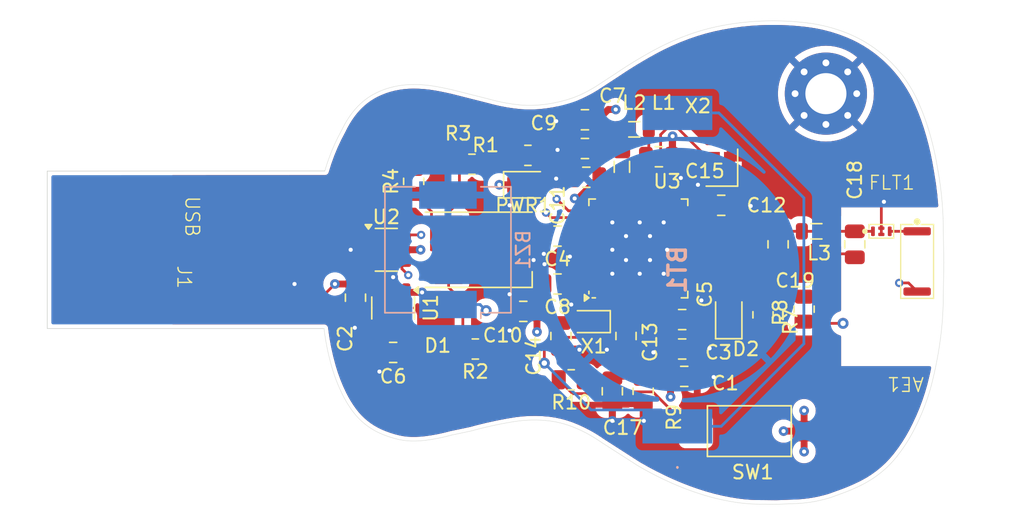
<source format=kicad_pcb>
(kicad_pcb (version 20240108) (generator "pcbnew") (generator_version "8.0")
  (layers (0 "F.Cu" signal) (1 "In1.Cu" signal) (2 "In2.Cu" signal) (31 "B.Cu" signal) (34 "B.Paste" user) (35 "F.Paste" user) (36 "B.SilkS" user "B.Silkscreen") (37 "F.SilkS" user "F.Silkscreen") (38 "B.Mask" user) (39 "F.Mask" user) (44 "Edge.Cuts" user))
  (net 0 "")
  (net 1 "Net-(BZ1-+)")
  (net 2 "GND")
  (net 3 "+3.3V")
  (net 4 "+5V")
  (net 5 "Net-(U1-VOUT)")
  (net 6 "/LSE_OUT")
  (net 7 "/LSE_IN")
  (net 8 "/SMPS_FB")
  (net 10 "/BOOT0")
  (net 11 "/RF")
  (net 12 "/SMPS_LX")
  (net 13 "Net-(D1-BA)")
  (net 14 "Net-(D1-RA)")
  (net 15 "Net-(D1-GA)")
  (net 16 "/LED_A")
  (net 17 "/LED_K")
  (net 18 "Net-(AE1-PCB_Trace)")
  (net 19 "/USBC_D-")
  (net 20 "/USBC_D+")
  (net 23 "/SMPS_LXL")
  (net 24 "Net-(PWR1-A)")
  (net 25 "Net-(U3-PB0)")
  (net 26 "Net-(U3-PB2)")
  (net 27 "Net-(U3-PB1)")
  (net 28 "Net-(U3-PB3)")
  (net 29 "Net-(R10-Pad2)")
  (net 31 "/USB_D+")
  (net 32 "/USB_D-")
  (net 42 "/HSC_OUT")
  (net 43 "/HSC_IN")
  (net 55 "/VBAT")
  (footprint "Capacitor_SMD:C_0805_2012Metric" (layer "F.Cu") (at 152.1 74.6 -90)
    (property "Reference" "C19")
    (property "Value" "0p8")
  )
  (footprint "Capacitor_SMD:C_0805_2012Metric" (layer "F.Cu") (at 145.1 80.1)
    (property "Reference" "C5")
    (property "Value" "100n")
  )
  (footprint "Capacitor_SMD:C_0805_2012Metric" (layer "F.Cu") (at 140 85.3375 -90)
    (property "Reference" "C17")
    (property "Value" "100n")
  )
  (footprint "Capacitor_SMD:C_0805_2012Metric" (layer "F.Cu") (at 145.1 82.25)
    (property "Reference" "C3")
    (property "Value" "100n")
  )
  (footprint "Resistor_SMD:R_0805_2012Metric" (layer "F.Cu") (at 142.25 85.3375 -90)
    (property "Reference" "R9")
    (property "Value" "5k1")
  )
  (footprint "Resistor_SMD:R_0805_2012Metric" (layer "F.Cu") (at 129.75 68.75)
    (property "Reference" "R3")
    (property "Value" "220")
  )
  (footprint "LED_SMD:LED_0805_2012Metric" (layer "F.Cu") (at 148.5 79.8125 90)
    (property "Reference" "D2")
    (property "Value" "LED")
  )
  (footprint "Package_TO_SOT_SMD:SOT-23-5" (layer "F.Cu") (at 124 79.25 -90)
    (property "Reference" "U1")
    (property "Value" "MIC5365-3.3YD5")
  )
  (footprint "Resistor_SMD:R_0805_2012Metric" (layer "F.Cu") (at 133.8375 68.1 180)
    (property "Reference" "R1")
    (property "Value" "1K")
  )
  (footprint "Crystal:Crystal_SMD_2016-4Pin_2.0x1.6mm" (layer "F.Cu") (at 148 69 90)
    (property "Reference" "X2")
    (property "Value" "32MHz")
  )
  (footprint "Capacitor_SMD:C_0805_2012Metric" (layer "F.Cu") (at 157.7 74.6 -90)
    (property "Reference" "C18")
    (property "Value" "0p8")
  )
  (footprint "Capacitor_SMD:C_0805_2012Metric" (layer "F.Cu") (at 121.25 78.5 -90)
    (property "Reference" "C2")
    (property "Value" "4u7")
  )
  (footprint "Resistor_SMD:R_0805_2012Metric" (layer "F.Cu") (at 137 84.5 180)
    (property "Reference" "R10")
    (property "Value" "220")
  )
  (footprint "Capacitor_SMD:C_0805_2012Metric" (layer "F.Cu") (at 145.25 84.25)
    (property "Reference" "C1")
    (property "Value" "4u7")
  )
  (footprint "Capacitor_SMD:C_0805_2012Metric" (layer "F.Cu") (at 138.1 69.7 180)
    (property "Reference" "C11")
    (property "Value" "100n")
  )
  (footprint "Inductor_SMD:L_0805_2012Metric" (layer "F.Cu") (at 141.6 66.2)
    (property "Reference" "L2")
    (property "Value" "10u")
  )
  (footprint "LED_SMD:LED_Inolux_IN-P55TATRGB_PLCC6_5.0x5.5mm_P1.8mm" (layer "F.Cu") (at 130.25 75 180)
    (property "Reference" "D1")
    (property "Value" "LED_RGB")
  )
  (footprint "Capacitor_SMD:C_0805_2012Metric" (layer "F.Cu") (at 136 74 180)
    (property "Reference" "C4")
    (property "Value" "100n")
  )
  (footprint "Resistor_SMD:R_0805_2012Metric" (layer "F.Cu") (at 130 82.25 180)
    (property "Reference" "R2")
    (property "Value" "220")
  )
  (footprint "Inductor_SMD:L_0805_2012Metric" (layer "F.Cu") (at 154.9 73.65 180)
    (property "Reference" "L3")
    (property "Value" "2n7")
  )
  (footprint "Capacitor_SMD:C_0805_2012Metric" (layer "F.Cu") (at 136.25 81.3 -90)
    (property "Reference" "C14")
    (property "Value" "10p")
  )
  (footprint "Resistor_SMD:R_0805_2012Metric" (layer "F.Cu") (at 154 79.3375 90)
    (property "Reference" "R8")
    (property "Value" "220")
  )
  (footprint "DLF162500LT-5028A1:DLF162500LT-5028A1" (layer "F.Cu") (at 159.6375 73.65)
    (property "Reference" "FLT1")
    (property "Value" "DLF162500LT-5028A1")
  )
  (footprint "Crystal:Crystal_SMD_2012-2Pin_2.0x1.2mm" (layer "F.Cu") (at 138.65 80.25 180)
    (property "Reference" "X1")
    (property "Value" "32kHz768")
  )
  (footprint "Resistor_SMD:R_0805_2012Metric" (layer "F.Cu") (at 151 79.75 -90)
    (property "Reference" "R7")
    (property "Value" "220")
  )
  (footprint "custom_usbA_onPCB:USBonPCB" (layer "F.Cu") (at 98.75 75 -90)
    (property "Reference" "J1")
    (property "Value" "USB_A")
  )
  (footprint "Resistor_SMD:R_0805_2012Metric" (layer "F.Cu") (at 125.5 70 90)
    (property "Reference" "R4")
    (property "Value" "220")
  )
  (footprint "Capacitor_SMD:C_0805_2012Metric" (layer "F.Cu") (at 124 82.5 180)
    (property "Reference" "C6")
    (property "Value" "4u7")
  )
  (footprint "Button_Switch_SMD:SW_SPST_CK_RS282G05A3" (layer "F.Cu") (at 150 88.25)
    (property "Reference" "SW1")
    (property "Value" "SW_Push")
  )
  (footprint "Package_TO_SOT_SMD:SOT-23-6" (layer "F.Cu") (at 123.5 75)
    (property "Reference" "U2")
    (property "Value" "USBLC6-2SC6")
  )
  (footprint "Capacitor_SMD:C_0805_2012Metric" (layer "F.Cu") (at 138 65.5 180)
    (property "Reference" "C9")
    (property "Value" "4u7")
  )
  (footprint "Capacitor_SMD:C_0805_2012Metric" (layer "F.Cu") (at 138 67.6 180)
    (property "Reference" "C7")
    (property "Value" "100n")
  )
  (footprint "Package_DFN_QFN:QFN-48-1EP_7x7mm_P0.5mm_EP5.6x5.6mm" (layer "F.Cu") (at 141.9 74.9 90)
    (property "Reference" "U3")
    (property "Value" "STM32WB55CEU6")
  )
  (footprint "Inductor_SMD:L_0805_2012Metric" (layer "F.Cu") (at 140.7 68.9375 90)
    (property "Reference" "L1")
    (property "Value" "10n")
  )
  (footprint "LED_SMD:LED_0805_2012Metric" (layer "F.Cu") (at 133.75 70.25)
    (property "Reference" "PWR1")
    (property "Value" "LED")
  )
  (footprint "Capacitor_SMD:C_0805_2012Metric" (layer "F.Cu") (at 141 81.3 -90)
    (property "Reference" "C13")
    (property "Value" "10p")
  )
  (footprint "Capacitor_SMD:C_0805_2012Metric" (layer "F.Cu") (at 136 77.5 180)
    (property "Reference" "C8")
    (property "Value" "100n")
  )
  (footprint "Capacitor_SMD:C_0805_2012Metric" (layer "F.Cu") (at 147.95 71.75)
    (property "Reference" "C12")
    (property "Value" "100n")
  )
  (footprint "RF Ceramic Antenna QJ-13799-2-2019:RF Ceramic Antenna QJ-13799-2-2019" (layer "F.Cu") (at 162.25 75.85 90)
    (property "Reference" "AE1")
    (property "Value" "Antenna_Chip")
  )
  (footprint "Capacitor_SMD:C_0805_2012Metric" (layer "F.Cu") (at 143.4 68.2)
    (property "Reference" "C15")
    (property "Value" "4u7")
  )
  (footprint "MountingHole:MountingHole_3mm_Pad_Via" (layer "F.Cu") (at 155.591 63.591 180)
    (property "Reference" "H+1" (hide yes))
    (property "Value" "MountingHole_Pad" (hide yes))
  )
  (footprint "Capacitor_SMD:C_0805_2012Metric" (layer "F.Cu") (at 133.5 79.5 180)
    (property "Reference" "C10")
    (property "Value" "100n")
  )
  (footprint "Buzzer_Beeper:Buzzer_CUI_CPT-9019S-SMT" (layer "B.Cu") (at 128 75 90)
    (property "Reference" "BZ1")
    (property "Value" "Buzzer")
  )
  (footprint "22BatteryHoldercoincell_S8411-45R:BATHLD001 CR2032" (layer "B.Cu") (at 144.75 76.45 90)
    (property "Reference" "BT1")
    (property "Value" "BAT-HLD-001" (hide yes))
  )
  (gr_arc (start 140.255661 62.11292) (mid 141.602676 61.244894) (end 142.989982 60.442834) (stroke (width 0.029)) (layer "Edge.Cuts"))
  (gr_arc (start 124.025313 63.088135) (mid 124.735155 62.966281) (end 125.454116 62.923642) (stroke (width 0.029)) (layer "Edge.Cuts"))
  (gr_line (start 164.201402 75.938321) (end 164.144518 72.702281) (stroke (width 0.029)) (layer "Edge.Cuts"))
  (gr_arc (start 154.275779 58.428541) (mid 155.779795 58.720053) (end 157.231747 59.208805) (stroke (width 0.029)) (layer "Edge.Cuts"))
  (gr_arc (start 159.633507 60.650246) (mid 160.655902 61.627493) (end 161.525099 62.743198) (stroke (width 0.029)) (layer "Edge.Cuts"))
  (gr_arc (start 163.959389 81.441251) (mid 163.674513 83.197168) (end 163.280971 84.931965) (stroke (width 0.029)) (layer "Edge.Cuts"))
  (gr_arc (start 148.013594 58.616645) (mid 149.371698 58.407929) (end 150.740991 58.293713) (stroke (width 0.029)) (layer "Edge.Cuts"))
  (gr_line (start 98.75 69.25) (end 119.01131 69.241983) (stroke (width 0.05)) (layer "Edge.Cuts"))
  (gr_arc (start 154.767086 93.391639) (mid 154.17674 93.480884) (end 153.582234 93.535986) (stroke (width 0.029)) (layer "Edge.Cuts"))
  (gr_arc (start 120.297936 85.569503) (mid 119.866062 84.582886) (end 119.522151 83.562272) (stroke (width 0.029)) (layer "Edge.Cuts"))
  (gr_arc (start 132.779802 87.562278) (mid 133.958384 87.445538) (end 135.142349 87.475725) (stroke (width 0.029)) (layer "Edge.Cuts"))
  (gr_arc (start 162.33882 64.215781) (mid 162.705835 65.102454) (end 163.021874 66.008548) (stroke (width 0.029)) (layer "Edge.Cuts"))
  (gr_arc (start 125.324624 88.971447) (mid 124.846965 88.935965) (end 124.375443 88.851796) (stroke (width 0.029)) (layer "Edge.Cuts"))
  (gr_arc (start 134.455316 64.433171) (mid 133.80273 64.446187) (end 133.151383 64.403929) (stroke (width 0.029)) (layer "Edge.Cuts"))
  (gr_arc (start 119.522151 83.562272) (mid 119.17986 82.167705) (end 118.951628 80.75) (stroke (width 0.029)) (layer "Edge.Cuts"))
  (gr_arc (start 123.046286 88.40806) (mid 122.473122 88.107111) (end 121.943512 87.73482) (stroke (width 0.029)) (layer "Edge.Cuts"))
  (gr_arc (start 162.194602 87.815681) (mid 161.55502 88.988097) (end 160.789177 90.082221) (stroke (width 0.029)) (layer "Edge.Cuts"))
  (gr_arc (start 128.23216 88.545694) (mid 127.31853 88.763734) (end 126.39165 88.915901) (stroke (width 0.029)) (layer "Edge.Cuts"))
  (gr_arc (start 160.789177 90.082221) (mid 159.985555 90.953109) (end 159.055021 91.686838) (stroke (width 0.029)) (layer "Edge.Cuts"))
  (gr_arc (start 125.454116 62.923642) (mid 126.295684 62.958389) (end 127.130702 63.06879) (stroke (width 0.029)) (layer "Edge.Cuts"))
  (gr_line (start 140.255661 62.11292) (end 138.828409 63.044503) (stroke (width 0.029)) (layer "Edge.Cuts"))
  (gr_arc (start 161.525099 62.743198) (mid 161.962883 63.462402) (end 162.33882 64.215781) (stroke (width 0.029)) (layer "Edge.Cuts"))
  (gr_arc (start 146.775974 92.950531) (mid 145.55648 92.543122) (end 144.365039 92.059783) (stroke (width 0.029)) (layer "Edge.Cuts"))
  (gr_arc (start 135.142349 87.475725) (mid 136.178321 87.645104) (end 137.177697 87.966309) (stroke (width 0.029)) (layer "Edge.Cuts"))
  (gr_arc (start 124.375443 88.851797) (mid 123.700393 88.661295) (end 123.046286 88.408059) (stroke (width 0.029)) (layer "Edge.Cuts"))
  (gr_arc (start 136.893563 63.971367) (mid 136.364999 64.124137) (end 135.829237 64.249345) (stroke (width 0.029)) (layer "Edge.Cuts"))
  (gr_arc (start 135.829237 64.249345) (mid 135.145527 64.365554) (end 134.455316 64.433171) (stroke (width 0.029)) (layer "Edge.Cuts"))
  (gr_arc (start 119.01131 69.241983) (mid 119.54676 67.711251) (end 120.25001 66.24999) (stroke (width 0.029)) (layer "Edge.Cuts"))
  (gr_arc (start 163.778187 69.244981) (mid 164.022454 70.967157) (end 164.144517 72.702281) (stroke (width 0.029)) (layer "Edge.Cuts"))
  (gr_arc (start 137.81201 63.606165) (mid 137.35929 63.805122) (end 136.893563 63.971367) (stroke (width 0.029)) (layer "Edge.Cuts"))
  (gr_arc (start 145.501762 59.306989) (mid 146.743675 58.910867) (end 148.013594 58.616645) (stroke (width 0.029)) (layer "Edge.Cuts"))
  (gr_line (start 155.885661 93.118111) (end 156.761313 92.802958) (stroke (width 0.029)) (layer "Edge.Cuts"))
  (gr_arc (start 120.25 66.25) (mid 120.566076 65.653179) (end 120.938308 65.089669) (stroke (width 0.029)) (layer "Edge.Cuts"))
  (gr_arc (start 120.938308 65.089669) (mid 121.319227 64.626514) (end 121.749616 64.208929) (stroke (width 0.029)) (layer "Edge.Cuts"))
  (gr_arc (start 138.828409 63.044503) (mid 138.327961 63.339361) (end 137.81201 63.606165) (stroke (width 0.029)) (layer "Edge.Cuts"))
  (gr_line (start 163.778187 69.244981) (end 163.655616 68.542702) (stroke (width 0.029)) (layer "Edge.Cuts"))
  (gr_line (start 98.75 80.75) (end 98.75 69.25) (stroke (width 0.05)) (layer "Edge.Cuts"))
  (gr_arc (start 122.713392 63.562124) (mid 123.354963 63.2853) (end 124.025313 63.088135) (stroke (width 0.029)) (layer "Edge.Cuts"))
  (gr_arc (start 142.989982 60.442834) (mid 144.224457 59.827554) (end 145.501762 59.306989) (stroke (width 0.029)) (layer "Edge.Cuts"))
  (gr_arc (start 163.280971 84.931965) (mid 162.808305 86.400389) (end 162.194603 87.815681) (stroke (width 0.029)) (layer "Edge.Cuts"))
  (gr_arc (start 155.885661 93.118111) (mid 155.330127 93.270226) (end 154.767085 93.391638) (stroke (width 0.029)) (layer "Edge.Cuts"))
  (gr_arc (start 149.145991 93.471005) (mid 147.951249 93.255088) (end 146.775974 92.950531) (stroke (width 0.029)) (layer "Edge.Cuts"))
  (gr_arc (start 164.160316 78.342437) (mid 164.110205 79.895109) (end 163.959389 81.441251) (stroke (width 0.029)) (layer "Edge.Cuts"))
  (gr_arc (start 157.231745 59.208809) (mid 158.486495 59.839769) (end 159.633507 60.650246) (stroke (width 0.029)) (layer "Edge.Cuts"))
  (gr_arc (start 127.130702 63.06879) (mid 127.746375 63.187072) (end 128.358699 63.321624) (stroke (width 0.029)) (layer "Edge.Cuts"))
  (gr_line (start 131.09742 64.015451) (end 128.358699 63.321624) (stroke (width 0.029)) (layer "Edge.Cuts"))
  (gr_arc (start 158.146644 92.211299) (mid 157.462086 92.526112) (end 156.761313 92.802958) (stroke (width 0.029)) (layer "Edge.Cuts"))
  (gr_line (start 128.23216 88.545694) (end 129.716006 88.232785) (stroke (width 0.029)) (layer "Edge.Cuts"))
  (gr_line (start 151.989163 93.597919) (end 153.582234 93.535986) (stroke (width 0.029)) (layer "Edge.Cuts"))
  (gr_line (start 118.951628 80.75) (end 98.75 80.75) (stroke (width 0.05)) (layer "Edge.Cuts"))
  (gr_arc (start 144.365039 92.059783) (mid 143.093243 91.452757) (end 141.858014 90.77441) (stroke (width 0.029)) (layer "Edge.Cuts"))
  (gr_arc (start 126.39165 88.915902) (mid 125.859178 88.963671) (end 125.324624 88.971447) (stroke (width 0.029)) (layer "Edge.Cuts"))
  (gr_arc (start 121.943512 87.73482) (mid 121.468389 87.299985) (end 121.052565 86.808139) (stroke (width 0.029)) (layer "Edge.Cuts"))
  (gr_arc (start 163.021874 66.008548) (mid 163.378112 67.26578) (end 163.655616 68.542702) (stroke (width 0.029)) (layer "Edge.Cuts"))
  (gr_arc (start 150.965243 93.586951) (mid 150.053362 93.564364) (end 149.145991 93.471005) (stroke (width 0.029)) (layer "Edge.Cuts"))
  (gr_arc (start 121.052565 86.808139) (mid 120.647127 86.205955) (end 120.297936 85.569503) (stroke (width 0.029)) (layer "Edge.Cuts"))
  (gr_arc (start 137.177697 87.966309) (mid 138.219034 88.458972) (end 139.198201 89.065876) (stroke (width 0.029)) (layer "Edge.Cuts"))
  (gr_line (start 164.160316 78.342437) (end 164.201402 75.938321) (stroke (width 0.029)) (layer "Edge.Cuts"))
  (gr_line (start 139.198201 89.065876) (end 141.858014 90.77441) (stroke (width 0.029)) (layer "Edge.Cuts"))
  (gr_arc (start 133.151383 64.403929) (mid 132.116651 64.250671) (end 131.09742 64.015451) (stroke (width 0.029)) (layer "Edge.Cuts"))
  (gr_arc (start 150.740991 58.293713) (mid 152.51131 58.284451) (end 154.275779 58.42854) (stroke (width 0.029)) (layer "Edge.Cuts"))
  (gr_line (start 150.965243 93.586951) (end 151.989163 93.597919) (stroke (width 0.029)) (layer "Edge.Cuts"))
  (gr_arc (start 129.716006 88.232785) (mid 131.23875 87.855705) (end 132.779802 87.562278) (stroke (width 0.029)) (layer "Edge.Cuts"))
  (gr_arc (start 159.055021 91.686837) (mid 158.609379 91.96387) (end 158.146644 92.211299) (stroke (width 0.029)) (layer "Edge.Cuts"))
  (gr_arc (start 121.749616 64.208929) (mid 122.211574 63.85583) (end 122.713392 63.562124) (stroke (width 0.029)) (layer "Edge.Cuts"))
  (segment (start 154.1247 80.3747) (end 154 80.25) (width 0.2) (layer "F.Cu") (net 1))
  (segment (start 156.8419 80.3747) (end 154.1247 80.3747) (width 0.2) (layer "F.Cu") (net 1))
  (via (at 130.7881 79.4472) (size 0.8) (drill 0.4) (layers "F.Cu" "B.Cu") (net 1))
  (via (at 156.8419 80.3747) (size 0.8) (drill 0.4) (layers "F.Cu" "B.Cu") (net 1))
  (segment (start 128 79) (end 130.3517 79) (width 0.2) (layer "B.Cu") (net 1))
  (segment (start 130.3517 79) (end 130.3517 79.0108) (width 0.2) (layer "B.Cu") (net 1))
  (segment (start 130.3517 79.0108) (end 130.7881 79.4472) (width 0.2) (layer "B.Cu") (net 1))
  (segment (start 146.1 82.2) (end 146.05 82.25) (width 0.5) (layer "F.Cu") (net 2))
  (segment (start 132.5 71.75) (end 132.5 73.15) (width 0.5) (layer "F.Cu") (net 2))
  (segment (start 147.1 82.2) (end 146.1 82.2) (width 0.5) (layer "F.Cu") (net 2))
  (segment (start 144.4 66.7) (end 144.4 68.15) (width 0.5) (layer "F.Cu") (net 2))
  (segment (start 147.4 84.3) (end 146.25 84.3) (width 0.5) (layer "F.Cu") (net 2))
  (segment (start 150.1 71.8) (end 148.95 71.8) (width 0.5) (layer "F.Cu") (net 2))
  (segment (start 139.6 82.3) (end 140.95 82.3) (width 0.5) (layer "F.Cu") (net 2))
  (segment (start 142.3 87.5) (end 142.3 86.3) (width 0.5) (layer "F.Cu") (net 2))
  (segment (start 137.05 69.8) (end 137.15 69.7) (width 0.5) (layer "F.Cu") (net 2))
  (segment (start 157.447 75.297) (end 157.7 75.55) (width 0.2) (layer "F.Cu") (net 2))
  (segment (start 144.4 68.15) (end 144.35 68.2) (width 0.5) (layer "F.Cu") (net 2))
  (segment (start 135 74.05) (end 135.05 74) (width 0.5) (layer "F.Cu") (net 2))
  (segment (start 156.0021 75.297) (end 157.447 75.297) (width 0.2) (layer "F.Cu") (net 2))
  (segment (start 159.6375 73.8775) (end 159.6375 73.4225) (width 0.2) (layer "F.Cu") (net 2))
  (segment (start 132.45 78.2) (end 132.45 76.8) (width 0.5) (layer "F.Cu") (net 2))
  (segment (start 160.9384 77.4218) (end 161.6218 77.4218) (width 0.2) (layer "F.Cu") (net 2))
  (segment (start 146.25 84.3) (end 146.2 84.25) (width 0.5) (layer "F.Cu") (net 2))
  (segment (start 136.3 82.3) (end 136.25 82.25) (width 0.5) (layer "F.Cu") (net 2))
  (segment (start 124 78.1125) (end 124 77) (width 0.2) (layer "F.Cu") (net 2))
  (segment (start 121.2 80.7) (end 121.2 79.5) (width 0.5) (layer "F.Cu") (net 2))
  (segment (start 135.9 69.8) (end 137.05 69.8) (width 0.5) (layer "F.Cu") (net 2))
  (segment (start 136 67.7) (end 136.95 67.7) (width 0.5) (layer "F.Cu") (net 2))
  (segment (start 136.95 65.6) (end 137.05 65.5) (width 0.5) (layer "F.Cu") (net 2))
  (segment (start 133.2 76.05) (end 133.2 75.75) (width 0.5) (layer "F.Cu") (net 2))
  (segment (start 132.45 76.8) (end 133.2 76.05) (width 0.5) (layer "F.Cu") (net 2))
  (segment (start 121.2 79.5) (end 121.25 79.45) (width 0.5) (layer "F.Cu") (net 2))
  (segment (start 123 83.9) (end 123 82.55) (width 0.5) (layer "F.Cu") (net 2))
  (segment (start 159.6375 71.6671) (end 159.6375 73.4225) (width 0.2) (layer "F.Cu") (net 2))
  (segment (start 134.25 75.75) (end 133.2 75.75) (width 0.5) (layer "F.Cu") (net 2))
  (segment (start 161.6218 77.4218) (end 162.25 78.05) (width 0.2) (layer "F.Cu") (net 2))
  (segment (start 146.5 78.7) (end 146.5 79.65) (width 0.5) (layer "F.Cu") (net 2))
  (segment (start 132.5 78.25) (end 132.45 78.2) (width 0.5) (layer "F.Cu") (net 2))
  (segment (start 132.5 79.55) (end 132.55 79.5) (width 0.5) (layer "F.Cu") (net 2))
  (segment (start 136.95 67.7) (end 137.05 67.6) (width 0.5) (layer "F.Cu") (net 2))
  (segment (start 132.5 80.9) (end 132.5 79.55) (width 0.5) (layer "F.Cu") (net 2))
  (segment (start 135.05 76.05) (end 135.05 77.5) (width 0.5) (layer "F.Cu") (net 2))
  (segment (start 120.9 75) (end 122.362 75) (width 0.5) (layer "F.Cu") (net 2))
  (segment (start 146.5 79.65) (end 146.05 80.1) (width 0.5) (layer "F.Cu") (net 2))
  (segment (start 135.9 65.6) (end 136.95 65.6) (width 0.5) (layer "F.Cu") (net 2))
  (segment (start 137.6 82.3) (end 136.3 82.3) (width 0.5) (layer "F.Cu") (net 2))
  (segment (start 135 75.3) (end 135 74.05) (width 0.5) (layer "F.Cu") (net 2))
  (segment (start 142.3 86.3) (end 142.25 86.25) (width 0.5) (layer "F.Cu") (net 2))
  (segment (start 148.95 71.8) (end 148.9 71.75) (width 0.5) (layer "F.Cu") (net 2))
  (segment (start 140 87.5) (end 140 86.2875) (width 0.5) (layer "F.Cu") (net 2))
  (segment (start 132.5 73.15) (end 132.45 73.2) (width 0.5) (layer "F.Cu") (net 2))
  (segment (start 140.95 82.3) (end 141 82.25) (width 0.5) (layer "F.Cu") (net 2))
  (segment (start 123 82.55) (end 123.05 82.5) (width 0.5) (layer "F.Cu") (net 2))
  (segment (start 133.2 75.75) (end 132.45 75) (width 0.5) (layer "F.Cu") (net 2))
  (via (at 120.9 75) (size 0.7) (drill 0.3) (layers "F.Cu" "B.Cu") (net 2))
  (via (at 142 73) (size 0.7) (drill 0.3) (layers "F.Cu" "B.Cu") (net 2))
  (via (at 142.3 87.5) (size 0.7) (drill 0.3) (layers "F.Cu" "B.Cu") (net 2))
  (via (at 159.8261 71.4926) (size 0.6) (drill 0.3) (layers "F.Cu" "B.Cu") (net 2))
  (via (at 143.75 73) (size 0.7) (drill 0.3) (layers "F.Cu" "B.Cu") (net 2))
  (via (at 135 75.3) (size 0.7) (drill 0.3) (layers "F.Cu" "B.Cu") (net 2))
  (via (at 150.1 71.8) (size 0.7) (drill 0.3) (layers "F.Cu" "B.Cu") (net 2))
  (via (at 142.75 74) (size 0.7) (drill 0.3) (layers "F.Cu" "B.Cu") (net 2))
  (via (at 146.5 78.7) (size 0.7) (drill 0.3) (layers "F.Cu" "B.Cu") (net 2))
  (via (at 121.2 80.7) (size 0.7) (drill 0.3) (layers "F.Cu" "B.Cu") (net 2))
  (via (at 145 69.75) (size 0.7) (drill 0.3) (layers "F.Cu" "B.Cu") (net 2))
  (via (at 147.4 84.3) (size 0.7) (drill 0.3) (layers "F.Cu" "B.Cu") (net 2))
  (via (at 142 76.75) (size 0.7) (drill 0.3) (layers "F.Cu" "B.Cu") (net 2))
  (via (at 124 77) (size 0.7) (drill 0.3) (layers "F.Cu" "B.Cu") (net 2))
  (via (at 135.9 65.6) (size 0.7) (drill 0.3) (layers "F.Cu" "B.Cu") (net 2))
  (via (at 142.75 75.75) (size 0.7) (drill 0.3) (layers "F.Cu" "B.Cu") (net 2))
  (via (at 132.5 71.75) (size 0.7) (drill 0.3) (layers "F.Cu" "B.Cu") (net 2))
  (via (at 134.25 75.75) (size 0.7) (drill 0.3) (layers "F.Cu" "B.Cu") (net 2))
  (via (at 132.5 78.25) (size 0.7) (drill 0.3) (layers "F.Cu" "B.Cu") (net 2))
  (via (at 139.6 82.3) (size 0.7) (drill 0.3) (layers "F.Cu" "B.Cu") (net 2))
  (via (at 144 75) (size 0.7) (drill 0.3) (layers "F.Cu" "B.Cu") (net 2))
  (via (at 140 75) (size 0.7) (drill 0.3) (layers "F.Cu" "B.Cu") (net 2))
  (via (at 140 73) (size 0.7) (drill 0.3) (layers "F.Cu" "B.Cu") (net 2))
  (via (at 141 74) (size 0.7) (drill 0.3) (layers "F.Cu" "B.Cu") (net 2))
  (via (at 147.1 82.2) (size 0.7) (drill 0.3) (layers "F.Cu" "B.Cu") (net 2))
  (via (at 137.6 82.3) (size 0.7) (drill 0.3) (layers "F.Cu" "B.Cu") (net 2))
  (via (at 140 76.75) (size 0.7) (drill 0.3) (layers "F.Cu" "B.Cu") (net 2))
  (via (at 135.9 69.8) (size 0.7) (drill 0.3) (layers "F.Cu" "B.Cu") (net 2))
  (via (at 136 67.7) (size 0.7) (drill 0.3) (layers "F.Cu" "B.Cu") (net 2))
  (via (at 132.5 80.9) (size 0.7) (drill 0.3) (layers "F.Cu" "B.Cu") (net 2))
  (via (at 160.9384 77.4218) (size 0.6) (drill 0.3) (layers "F.Cu" "B.Cu") (net 2))
  (via (at 116.8 77.5) (size 0.7) (drill 0.3) (layers "F.Cu" "B.Cu") (net 2))
  (via (at 141 75.75) (size 0.7) (drill 0.3) (layers "F.Cu" "B.Cu") (net 2))
  (via (at 143.75 76.75) (size 0.7) (drill 0.3) (layers "F.Cu" "B.Cu") (net 2))
  (via (at 135.05 76.05) (size 0.7) (drill 0.3) (layers "F.Cu" "B.Cu") (net 2))
  (via (at 123 83.9) (size 0.7) (drill 0.3) (layers "F.Cu" "B.Cu") (net 2))
  (via (at 140 87.5) (size 0.7) (drill 0.3) (layers "F.Cu" "B.Cu") (net 2))
  (via (at 144.4 66.7) (size 0.7) (drill 0.3) (layers "F.Cu" "B.Cu") (net 2))
  (segment (start 145 69.75) (end 143.25 69.75) (width 0.5) (layer "B.Cu") (net 2))
  (segment (start 143.25 69.75) (end 142 71) (width 0.5) (layer "B.Cu") (net 2))
  (segment (start 139.7 64.75) (end 138.95 65.5) (width 0.5) (layer "F.Cu") (net 3))
  (segment (start 145.3375 72.65) (end 146.1 72.65) (width 0.2) (layer "F.Cu") (net 3))
  (segment (start 138.95 67.6) (end 139.05 67.7) (width 0.2) (layer "F.Cu") (net 3))
  (segment (start 146.4979 81.175) (end 147.8604 79.8125) (width 0.2) (layer "F.Cu") (net 3))
  (segment (start 137 77.55) (end 136.95 77.5) (width 0.5) (layer "F.Cu") (net 3))
  (segment (start 134.5 81) (end 134.5 79.55) (width 0.5) (layer "F.Cu") (net 3))
  (segment (start 152.5 88.25) (end 153.9 88.25) (width 0.5) (layer "F.Cu") (net 3))
  (segment (start 136.9 74.05) (end 136.95 74) (width 0.5) (layer "F.Cu") (net 3))
  (segment (start 154 86.75) (end 154 88.15) (width 0.5) (layer "F.Cu") (net 3))
  (segment (start 142.65 78.8377) (end 143.9123 80.1) (width 0.2) (layer "F.Cu") (net 3))
  (segment (start 140.25 64.75) (end 139.7 64.75) (width 0.5) (layer "F.Cu") (net 3))
  (segment (start 144.15 81.175) (end 146.4979 81.175) (width 0.2) (layer "F.Cu") (net 3))
  (segment (start 137.8375 78.275) (end 138.4625 77.65) (width 0.2) (layer "F.Cu") (net 3))
  (segment (start 143.9123 80.1) (end 144.15 80.1) (width 0.2) (layer "F.Cu") (net 3))
  (segment (start 146.25 71) (end 147 71.75) (width 0.5) (layer "F.Cu") (net 3))
  (segment (start 134.5 79.55) (end 134.45 79.5) (width 0.5) (layer "F.Cu") (net 3))
  (segment (start 138.95 65.5) (end 138.95 67.6) (width 0.2) (layer "F.Cu") (net 3))
  (segment (start 136.9 75.5) (end 136.9 74.05) (width 0.5) (layer "F.Cu") (net 3))
  (segment (start 138.8803 69.8697) (end 139.65 70.6394) (width 0.2) (layer "F.Cu") (net 3))
  (segment (start 144.15 81.175) (end 144.15 80.1) (width 0.2) (layer "F.Cu") (net 3))
  (segment (start 144.25 84.3) (end 144.3 84.25) (width 0.5) (layer "F.Cu") (net 3))
  (segment (start 143 82.5) (end 143.9 82.5) (width 0.5) (layer "F.Cu") (net 3))
  (segment (start 146.25 70.25) (end 146.25 71) (width 0.5) (layer "F.Cu") (net 3))
  (segment (start 137 78.275) (end 137.8375 78.275) (width 0.2) (layer "F.Cu") (net 3))
  (segment (start 139.65 71.4625) (end 140.15 71.4625) (width 0.2) (layer "F.Cu") (net 3))
  (segment (start 139.05 67.7) (end 139.05 69.7) (width 0.2) (layer "F.Cu") (net 3))
  (segment (start 136.95 74) (end 137.3 73.65) (width 0.2) (layer "F.Cu") (net 3))
  (segment (start 142.65 78.3375) (end 142.65 78.8377) (width 0.2) (layer "F.Cu") (net 3))
  (segment (start 137.3 73.65) (end 138.4625 73.65) (width 0.2) (layer "F.Cu") (net 3))
  (segment (start 147.8604 79.8125) (end 149.0482 79.8125) (width 0.2) (layer "F.Cu") (net 3))
  (segment (start 144.25 85.75) (end 144.25 84.3) (width 0.5) (layer "F.Cu") (net 3))
  (segment (start 137.5 71.25) (end 138.8803 69.8697) (width 0.5) (layer "F.Cu") (net 3))
  (segment (start 137 79) (end 137 78.275) (width 0.5) (layer "F.Cu") (net 3))
  (segment (start 139.65 70.6394) (end 139.65 71.4625) (width 0.2) (layer "F.Cu") (net 3))
  (segment (start 145.8316 74.15) (end 145.3375 74.15) (width 0.2) (layer "F.Cu") (net 3))
  (segment (start 154 89.75) (end 154 88.35) (width 0.5) (layer "F.Cu") (net 3))
  (segment (start 154 88.35) (end 153.9 88.25) (width 0.5) (layer "F.Cu") (net 3))
  (segment (start 154 88.15) (end 153.9 88.25) (width 0.5) (layer "F.Cu") (net 3))
  (segment (start 138.8803 69.8697) (end 139.05 69.7) (width 0.5) (layer "F.Cu") (net 3))
  (segment (start 137.25 71.25) (end 137.5 71.25) (width 0.5) (layer "F.Cu") (net 3))
  (segment (start 149.5577 77.8761) (end 145.8316 74.15) (width 0.2) (layer "F.Cu") (net 3))
  (segment (start 143.9 82.5) (end 144.15 82.25) (width 0.5) (layer "F.Cu") (net 3))
  (segment (start 137 78.275) (end 137 77.55) (width 0.5) (layer "F.Cu") (net 3))
  (segment (start 144.15 82.25) (end 144.15 81.175) (width 0.2) (layer "F.Cu") (net 3))
  (segment (start 149.5577 79.303) (end 149.5577 77.8761) (width 0.2) (layer "F.Cu") (net 3))
  (segment (start 149.0482 79.8125) (end 149.5577 79.303) (width 0.2) (layer "F.Cu") (net 3))
  (segment (start 146.1 72.65) (end 147 71.75) (width 0.2) (layer "F.Cu") (net 3))
  (via (at 137.25 71.25) (size 0.7) (drill 0.3) (layers "F.Cu" "B.Cu") (net 3))
  (via (at 154 86.75) (size 0.7) (drill 0.3) (layers "F.Cu" "B.Cu") (net 3))
  (via (at 137 79) (size 0.7) (drill 0.3) (layers "F.Cu" "B.Cu") (net 3))
  (via (at 140.25 64.75) (size 0.7) (drill 0.3) (layers "F.Cu" "B.Cu") (net 3))
  (via (at 134.5 81) (size 0.7) (drill 0.3) (layers "F.Cu" "B.Cu") (net 3))
  (via (at 143 82.5) (size 0.7) (drill 0.3) (layers "F.Cu" "B.Cu") (net 3))
  (via (at 146.25 70.25) (size 0.7) (drill 0.3) (layers "F.Cu" "B.Cu") (net 3))
  (via (at 154 89.75) (size 0.7) (drill 0.3) (layers "F.Cu" "B.Cu") (net 3))
  (via (at 144.25 85.75) (size 0.7) (drill 0.3) (layers "F.Cu" "B.Cu") (net 3))
  (via (at 136.9 75.5) (size 0.7) (drill 0.3) (layers "F.Cu" "B.Cu") (net 3))
  (via (at 152.5 88.25) (size 0.7) (drill 0.3) (layers "F.Cu" "B.Cu") (net 3))
  (segment (start 121.8125 78.1125) (end 123.05 78.1125) (width 0.2) (layer "F.Cu") (net 4))
  (segment (start 124.95 78.774999) (end 124.95 78.1125) (width 0.2) (layer "F.Cu") (net 4))
  (segment (start 119.75 77.5) (end 121.2 77.5) (width 0.5) (layer "F.Cu") (net 4))
  (segment (start 121.25 77.55) (end 121.8125 78.1125) (width 0.2) (layer "F.Cu") (net 4))
  (segment (start 132.812 70.25) (end 132.8125 70.25) (width 0.2) (layer "F.Cu") (net 4))
  (segment (start 121.2 77.5) (end 121.25 77.55) (width 0.5) (layer "F.Cu") (net 4))
  (segment (start 103.65 78.81) (end 118.44 78.81) (width 0.2) (layer "F.Cu") (net 4))
  (segment (start 124.624999 79.1) (end 124.95 78.774999) (width 0.2) (layer "F.Cu") (net 4))
  (segment (start 118.44 78.81) (end 119.75 77.5) (width 0.2) (layer "F.Cu") (net 4))
  (segment (start 123.05 78.774999) (end 123.375001 79.1) (width 0.2) (layer "F.Cu") (net 4))
  (segment (start 123.375001 79.1) (end 124.624999 79.1) (width 0.2) (layer "F.Cu") (net 4))
  (segment (start 124.638 75) (end 124.6375 75) (width 0.2) (layer "F.Cu") (net 4))
  (segment (start 132.812 70.25) (end 131.75 70.25) (width 0.5) (layer "F.Cu") (net 4))
  (segment (start 123.05 78.1125) (end 123.05 78.774999) (width 0.2) (layer "F.Cu") (net 4))
  (segment (start 124.638 75) (end 126 75) (width 0.5) (layer "F.Cu") (net 4))
  (segment (start 126.112 78.1125) (end 124.95 78.1125) (width 0.5) (layer "F.Cu") (net 4))
  (via (at 126.112 78.1125) (size 0.7) (drill 0.3) (layers "F.Cu" "B.Cu") (net 4))
  (via (at 119.75 77.5) (size 0.7) (drill 0.3) (layers "F.Cu" "B.Cu") (net 4))
  (via (at 126 75) (size 0.7) (drill 0.3) (layers "F.Cu" "B.Cu") (net 4))
  (via (at 131.75 70.25) (size 0.7) (drill 0.3) (layers "F.Cu" "B.Cu") (net 4))
  (segment (start 124.95 82.5) (end 124.95 80.3875) (width 0.2) (layer "F.Cu") (net 5))
  (segment (start 137.95 80.25) (end 136.35 80.25) (width 0.2) (layer "F.Cu") (net 7))
  (segment (start 136.35 80.25) (end 136.25 80.35) (width 0.2) (layer "F.Cu") (net 7))
  (segment (start 142.6625 67.9875) (end 142.45 68.2) (width 0.2) (layer "F.Cu") (net 8))
  (segment (start 141.65 69) (end 141.65 71.4625) (width 0.2) (layer "F.Cu") (net 8))
  (segment (start 142.6625 66.2) (end 142.6625 67.9875) (width 0.2) (layer "F.Cu") (net 8))
  (segment (start 142.45 68.2) (end 141.65 69) (width 0.2) (layer "F.Cu") (net 8))
  (segment (start 142.086 84.3875) (end 140 84.3875) (width 0.2) (layer "F.Cu") (net 10))
  (segment (start 142.086 79.9725) (end 142.086 84.3875) (width 0.2) (layer "F.Cu") (net 10))
  (segment (start 141.3348 79.4806) (end 141.5941 79.4806) (width 0.2) (layer "F.Cu") (net 10))
  (segment (start 139.8875 84.5) (end 140 84.3875) (width 0.2) (layer "F.Cu") (net 10))
  (segment (start 137.9125 84.5) (end 139.8875 84.5) (width 0.2) (layer "F.Cu") (net 10))
  (segment (start 140.65 78.7958) (end 141.3348 79.4806) (width 0.2) (layer "F.Cu") (net 10))
  (segment (start 142.2125 84.3875) (end 142.086 84.3875) (width 0.2) (layer "F.Cu") (net 10))
  (segment (start 140.65 78.3375) (end 140.65 78.7958) (width 0.2) (layer "F.Cu") (net 10))
  (segment (start 142.25 84.425) (end 142.2125 84.3875) (width 0.2) (layer "F.Cu") (net 10))
  (segment (start 141.5941 79.4806) (end 142.086 79.9725) (width 0.2) (layer "F.Cu") (net 10))
  (segment (start 157.7 73.65) (end 155.9625 73.65) (width 0.2) (layer "F.Cu") (net 11))
  (segment (start 145.3375 73.65) (end 152.1 73.65) (width 0.2) (layer "F.Cu") (net 11))
  (segment (start 153.8375 73.65) (end 152.1 73.65) (width 0.2) (layer "F.Cu") (net 11))
  (segment (start 155.9625 73.65) (end 153.8375 73.65) (width 0.2) (layer "F.Cu") (net 11))
  (segment (start 159.025 73.65) (end 157.7 73.65) (width 0.2) (layer "F.Cu") (net 11))
  (segment (start 140.65 70.05) (end 140.65 71.4625) (width 0.2) (layer "F.Cu") (net 12))
  (segment (start 140.7 70) (end 140.65 70.05) (width 0.2) (layer "F.Cu") (net 12))
  (segment (start 128.05 72.2483) (end 128.8375 71.4608) (width 0.2) (layer "F.Cu") (net 13))
  (segment (start 128.05 73.2) (end 128.05 72.2483) (width 0.2) (layer "F.Cu") (net 13))
  (segment (start 128.8375 71.4608) (end 128.8375 68.75) (width 0.2) (layer "F.Cu") (net 13))
  (segment (start 128.05 76.8) (end 128.05 77.7517) (width 0.2) (layer "F.Cu") (net 14))
  (segment (start 128.05 77.7517) (end 129.0875 78.7892) (width 0.2) (layer "F.Cu") (net 14))
  (segment (start 129.0875 78.7892) (end 129.0875 82.25) (width 0.2) (layer "F.Cu") (net 14))
  (segment (start 125.5 70.9125) (end 126.7983 72.2108) (width 0.2) (layer "F.Cu") (net 15))
  (segment (start 126.7983 72.2108) (end 126.7983 75) (width 0.2) (layer "F.Cu") (net 15))
  (segment (start 128.05 75) (end 126.7983 75) (width 0.2) (layer "F.Cu") (net 15))
  (segment (start 145.775 76.15) (end 148.5 78.875) (width 0.2) (layer "F.Cu") (net 16))
  (segment (start 145.3375 76.15) (end 145.775 76.15) (width 0.2) (layer "F.Cu") (net 16))
  (segment (start 150.9125 80.75) (end 151 80.6625) (width 0.2) (layer "F.Cu") (net 17))
  (segment (start 148.5 80.75) (end 150.9125 80.75) (width 0.2) (layer "F.Cu") (net 17))
  (segment (start 162.25 73.65) (end 160.25 73.65) (width 0.2) (layer "F.Cu") (net 18))
  (segment (start 122.3625 75.95) (end 122.0125 76.3) (width 0.2) (layer "F.Cu") (net 19))
  (segment (start 122.0125 76.3) (end 103.9 76.3) (width 0.2) (layer "F.Cu") (net 19))
  (segment (start 122.0125 73.7) (end 103.9 73.7) (width 0.2) (layer "F.Cu") (net 20))
  (segment (start 122.3625 74.05) (end 122.0125 73.7) (width 0.2) (layer "F.Cu") (net 20))
  (segment (start 140.5375 66.2) (end 140.5375 67.7125) (width 0.2) (layer "F.Cu") (net 23))
  (segment (start 140.5375 67.7125) (end 140.7 67.875) (width 0.2) (layer "F.Cu") (net 23))
  (segment (start 134.6875 70.25) (end 134.6875 68.1625) (width 0.2) (layer "F.Cu") (net 24))
  (segment (start 134.6875 68.1625) (end 134.75 68.1) (width 0.2) (layer "F.Cu") (net 24))
  (segment (start 142.9578 85.3818) (end 139.3347 85.3818) (width 0.2) (layer "F.Cu") (net 29))
  (segment (start 139.2063 85.5102) (end 137.0977 85.5102) (width 0.2) (layer "F.Cu") (net 29))
  (segment (start 137.0977 85.5102) (end 136.0875 84.5) (width 0.2) (layer "F.Cu") (net 29))
  (segment (start 139.3347 85.3818) (end 139.2063 85.5102) (width 0.2) (layer "F.Cu") (net 29))
  (segment (start 145.0983 88.25) (end 145.0983 87.5223) (width 0.2) (layer "F.Cu") (net 29))
  (segment (start 145.0983 87.5223) (end 142.9578 85.3818) (width 0.2) (layer "F.Cu") (net 29))
  (segment (start 146.1 88.25) (end 145.0983 88.25) (width 0.2) (layer "F.Cu") (net 29))
  (segment (start 135.525 72.65) (end 135.1552 72.2802) (width 0.2) (layer "F.Cu") (net 31))
  (segment (start 125.1039 76.85) (end 124.6375 76.3836) (width 0.2) (layer "F.Cu") (net 31))
  (segment (start 138.4625 72.65) (end 135.525 72.65) (width 0.2) (layer "F.Cu") (net 31))
  (segment (start 124.6375 76.3836) (end 124.6375 75.95) (width 0.2) (layer "F.Cu") (net 31))
  (via (at 125.1039 76.85) (size 0.6) (drill 0.3) (layers "F.Cu" "B.Cu") (net 31))
  (via (at 135.1552 72.2802) (size 0.6) (drill 0.3) (layers "F.Cu" "B.Cu") (net 31))
  (segment (start 124.7737 73.9138) (end 124.6375 74.05) (width 0.2) (layer "F.Cu") (net 32))
  (segment (start 126.0418 73.9138) (end 124.7737 73.9138) (width 0.2) (layer "F.Cu") (net 32))
  (segment (start 136.7947 72.15) (end 135.9322 71.2875) (width 0.2) (layer "F.Cu") (net 32))
  (segment (start 138.4625 72.15) (end 136.7947 72.15) (width 0.2) (layer "F.Cu") (net 32))
  (via (at 126.0418 73.9138) (size 0.6) (drill 0.3) (layers "F.Cu" "B.Cu") (net 32))
  (via (at 135.9322 71.2875) (size 0.6) (drill 0.3) (layers "F.Cu" "B.Cu") (net 32))
  (segment (start 143.5262 69.8901) (end 143.5262 66.5862) (width 0.2) (layer "F.Cu") (net 43))
  (segment (start 144.65 71.4625) (end 144.65 71.0139) (width 0.2) (layer "F.Cu") (net 43))
  (segment (start 144.0856 66.0268) (end 144.688 66.0268) (width 0.2) (layer "F.Cu") (net 43))
  (segment (start 143.5262 66.5862) (end 144.0856 66.0268) (width 0.2) (layer "F.Cu") (net 43))
  (segment (start 144.65 71.0139) (end 143.5262 69.8901) (width 0.2) (layer "F.Cu") (net 43))
  (segment (start 144.688 66.0268) (end 146.7983 68.1371) (width 0.2) (layer "F.Cu") (net 43))
  (segment (start 147.45 68.3) (end 146.7983 68.3) (width 0.2) (layer "F.Cu") (net 43))
  (segment (start 146.7983 68.1371) (end 146.7983 68.3) (width 0.2) (layer "F.Cu") (net 43))
  (segment (start 138.7498 80.7336) (end 138.7498 78.7377) (width 0.2) (layer "F.Cu") (net 55))
  (segment (start 135.0353 81.9365) (end 135.5729 81.3989) (width 0.2) (layer "F.Cu") (net 55))
  (segment (start 138.0845 81.3989) (end 138.7498 80.7336) (width 0.2) (layer "F.Cu") (net 55))
  (segment (start 135.5729 81.3989) (end 138.0845 81.3989) (width 0.2) (layer "F.Cu") (net 55))
  (segment (start 138.7498 78.7377) (end 139.15 78.3375) (width 0.2) (layer "F.Cu") (net 55))
  (segment (start 135.0353 83.2812) (end 135.0353 81.9365) (width 0.2) (layer "F.Cu") (net 55))
  (via (at 135.0353 83.2812) (size 0.8) (drill 0.4) (layers "F.Cu" "B.Cu") (net 55))
  (segment (start 144.75 65) (end 147.5517 65) (width 0.2) (layer "B.Cu") (net 55))
  (segment (start 143.5495 86.6995) (end 138.4536 86.6995) (width 0.2) (layer "B.Cu") (net 55))
  (segment (start 153.9827 81.8657) (end 153.9827 71.2084) (width 0.2) (layer "B.Cu") (net 55))
  (segment (start 138.4536 86.6995) (end 135.0353 83.2812) (width 0.2) (layer "B.Cu") (net 55))
  (segment (start 147.5517 87.9) (end 147.9484 87.9) (width 0.2) (layer "B.Cu") (net 55))
  (segment (start 147.9484 87.9) (end 153.9827 81.8657) (width 0.2) (layer "B.Cu") (net 55))
  (segment (start 144.75 87.9) (end 143.5495 86.6995) (width 0.2) (layer "B.Cu") (net 55))
  (segment (start 146.1509 87.9) (end 147.5517 87.9) (width 0.2) (layer "B.Cu") (net 55))
  (segment (start 153.9827 71.2084) (end 147.7743 65) (width 0.2) (layer "B.Cu") (net 55))
  (segment (start 146.1509 87.9) (end 144.75 87.9) (width 0.2) (layer "B.Cu") (net 55))
  (segment (start 147.7743 65) (end 147.5517 65) (width 0.2) (layer "B.Cu") (net 55))
  (zone (net 2) (net_name "GND") (layer "F.Cu") (connect_pads (clearance 0.5)) (min_thickness 0.25) (fill yes (thermal_gap 0.5) (thermal_bridge_width 0.5))
    (polygon (pts (xy 95.3 57.5) (xy 169.852316 56.74781) (xy 169.8 71.9) (xy 156.7 71.9) (xy 156.7 83.5) (xy 169.8 83.5) (xy 169.8 94.24781) (xy 95.3 95)))
  )
  (zone (net 2) (net_name "GND") (layer "B.Cu") (priority 1) (connect_pads (clearance 0.5)) (min_thickness 0.25) (fill yes (thermal_gap 0.5) (thermal_bridge_width 0.5))
    (polygon (pts (xy 95.3 57.5) (xy 169.852316 56.74781) (xy 169.8 71.9) (xy 156.7 71.9) (xy 156.7 83.5) (xy 169.8 83.49781) (xy 169.8 94.24781) (xy 95.3 94.99781)))
  )
)
</source>
